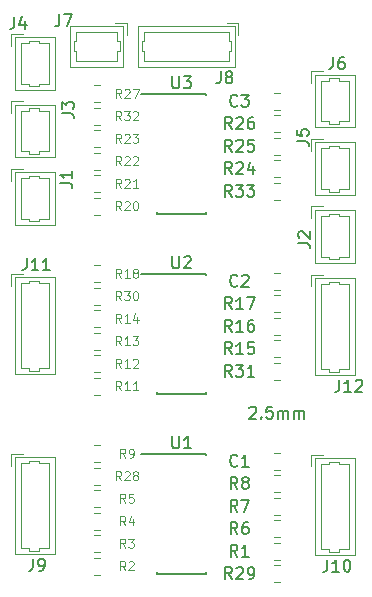
<source format=gto>
G04 #@! TF.GenerationSoftware,KiCad,Pcbnew,(5.0.2)-1*
G04 #@! TF.CreationDate,2018-12-27T21:36:54-05:00*
G04 #@! TF.ProjectId,WarthoggitClone,57617274-686f-4676-9769-74436c6f6e65,rev?*
G04 #@! TF.SameCoordinates,Original*
G04 #@! TF.FileFunction,Legend,Top*
G04 #@! TF.FilePolarity,Positive*
%FSLAX46Y46*%
G04 Gerber Fmt 4.6, Leading zero omitted, Abs format (unit mm)*
G04 Created by KiCad (PCBNEW (5.0.2)-1) date 12/27/2018 9:36:54 PM*
%MOMM*%
%LPD*%
G01*
G04 APERTURE LIST*
%ADD10C,0.150000*%
%ADD11C,0.120000*%
G04 APERTURE END LIST*
D10*
X120856666Y-67873619D02*
X120904285Y-67826000D01*
X120999523Y-67778380D01*
X121237619Y-67778380D01*
X121332857Y-67826000D01*
X121380476Y-67873619D01*
X121428095Y-67968857D01*
X121428095Y-68064095D01*
X121380476Y-68206952D01*
X120809047Y-68778380D01*
X121428095Y-68778380D01*
X121856666Y-68683142D02*
X121904285Y-68730761D01*
X121856666Y-68778380D01*
X121809047Y-68730761D01*
X121856666Y-68683142D01*
X121856666Y-68778380D01*
X122809047Y-67778380D02*
X122332857Y-67778380D01*
X122285238Y-68254571D01*
X122332857Y-68206952D01*
X122428095Y-68159333D01*
X122666190Y-68159333D01*
X122761428Y-68206952D01*
X122809047Y-68254571D01*
X122856666Y-68349809D01*
X122856666Y-68587904D01*
X122809047Y-68683142D01*
X122761428Y-68730761D01*
X122666190Y-68778380D01*
X122428095Y-68778380D01*
X122332857Y-68730761D01*
X122285238Y-68683142D01*
X123285238Y-68778380D02*
X123285238Y-68111714D01*
X123285238Y-68206952D02*
X123332857Y-68159333D01*
X123428095Y-68111714D01*
X123570952Y-68111714D01*
X123666190Y-68159333D01*
X123713809Y-68254571D01*
X123713809Y-68778380D01*
X123713809Y-68254571D02*
X123761428Y-68159333D01*
X123856666Y-68111714D01*
X123999523Y-68111714D01*
X124094761Y-68159333D01*
X124142380Y-68254571D01*
X124142380Y-68778380D01*
X124618571Y-68778380D02*
X124618571Y-68111714D01*
X124618571Y-68206952D02*
X124666190Y-68159333D01*
X124761428Y-68111714D01*
X124904285Y-68111714D01*
X124999523Y-68159333D01*
X125047142Y-68254571D01*
X125047142Y-68778380D01*
X125047142Y-68254571D02*
X125094761Y-68159333D01*
X125190000Y-68111714D01*
X125332857Y-68111714D01*
X125428095Y-68159333D01*
X125475714Y-68254571D01*
X125475714Y-68778380D01*
D11*
G04 #@! TO.C,J2*
X129795000Y-51115000D02*
X126375000Y-51115000D01*
X126375000Y-51115000D02*
X126375000Y-55585000D01*
X126375000Y-55585000D02*
X129795000Y-55585000D01*
X129795000Y-55585000D02*
X129795000Y-51115000D01*
X126885000Y-53350000D02*
X126885000Y-51625000D01*
X126885000Y-51625000D02*
X127635000Y-51625000D01*
X127635000Y-51625000D02*
X127635000Y-51425000D01*
X127635000Y-51425000D02*
X128435000Y-51425000D01*
X128435000Y-51425000D02*
X128435000Y-51625000D01*
X128435000Y-51625000D02*
X129285000Y-51625000D01*
X129285000Y-51625000D02*
X129285000Y-53350000D01*
X126885000Y-53350000D02*
X126885000Y-55075000D01*
X126885000Y-55075000D02*
X127635000Y-55075000D01*
X127635000Y-55075000D02*
X127635000Y-55275000D01*
X127635000Y-55275000D02*
X128435000Y-55275000D01*
X128435000Y-55275000D02*
X128435000Y-55075000D01*
X128435000Y-55075000D02*
X129285000Y-55075000D01*
X129285000Y-55075000D02*
X129285000Y-53350000D01*
X126085000Y-50825000D02*
X127085000Y-50825000D01*
X126085000Y-50825000D02*
X126085000Y-51825000D01*
G04 #@! TO.C,J1*
X100685000Y-47630000D02*
X100685000Y-48630000D01*
X100685000Y-47630000D02*
X101685000Y-47630000D01*
X103885000Y-51880000D02*
X103885000Y-50155000D01*
X103035000Y-51880000D02*
X103885000Y-51880000D01*
X103035000Y-52080000D02*
X103035000Y-51880000D01*
X102235000Y-52080000D02*
X103035000Y-52080000D01*
X102235000Y-51880000D02*
X102235000Y-52080000D01*
X101485000Y-51880000D02*
X102235000Y-51880000D01*
X101485000Y-50155000D02*
X101485000Y-51880000D01*
X103885000Y-48430000D02*
X103885000Y-50155000D01*
X103035000Y-48430000D02*
X103885000Y-48430000D01*
X103035000Y-48230000D02*
X103035000Y-48430000D01*
X102235000Y-48230000D02*
X103035000Y-48230000D01*
X102235000Y-48430000D02*
X102235000Y-48230000D01*
X101485000Y-48430000D02*
X102235000Y-48430000D01*
X101485000Y-50155000D02*
X101485000Y-48430000D01*
X104395000Y-52390000D02*
X104395000Y-47920000D01*
X100975000Y-52390000D02*
X104395000Y-52390000D01*
X100975000Y-47920000D02*
X100975000Y-52390000D01*
X104395000Y-47920000D02*
X100975000Y-47920000D01*
G04 #@! TO.C,J3*
X104395000Y-42205000D02*
X100975000Y-42205000D01*
X100975000Y-42205000D02*
X100975000Y-46675000D01*
X100975000Y-46675000D02*
X104395000Y-46675000D01*
X104395000Y-46675000D02*
X104395000Y-42205000D01*
X101485000Y-44440000D02*
X101485000Y-42715000D01*
X101485000Y-42715000D02*
X102235000Y-42715000D01*
X102235000Y-42715000D02*
X102235000Y-42515000D01*
X102235000Y-42515000D02*
X103035000Y-42515000D01*
X103035000Y-42515000D02*
X103035000Y-42715000D01*
X103035000Y-42715000D02*
X103885000Y-42715000D01*
X103885000Y-42715000D02*
X103885000Y-44440000D01*
X101485000Y-44440000D02*
X101485000Y-46165000D01*
X101485000Y-46165000D02*
X102235000Y-46165000D01*
X102235000Y-46165000D02*
X102235000Y-46365000D01*
X102235000Y-46365000D02*
X103035000Y-46365000D01*
X103035000Y-46365000D02*
X103035000Y-46165000D01*
X103035000Y-46165000D02*
X103885000Y-46165000D01*
X103885000Y-46165000D02*
X103885000Y-44440000D01*
X100685000Y-41915000D02*
X101685000Y-41915000D01*
X100685000Y-41915000D02*
X100685000Y-42915000D01*
G04 #@! TO.C,J5*
X126085000Y-45110000D02*
X126085000Y-46110000D01*
X126085000Y-45110000D02*
X127085000Y-45110000D01*
X129285000Y-49360000D02*
X129285000Y-47635000D01*
X128435000Y-49360000D02*
X129285000Y-49360000D01*
X128435000Y-49560000D02*
X128435000Y-49360000D01*
X127635000Y-49560000D02*
X128435000Y-49560000D01*
X127635000Y-49360000D02*
X127635000Y-49560000D01*
X126885000Y-49360000D02*
X127635000Y-49360000D01*
X126885000Y-47635000D02*
X126885000Y-49360000D01*
X129285000Y-45910000D02*
X129285000Y-47635000D01*
X128435000Y-45910000D02*
X129285000Y-45910000D01*
X128435000Y-45710000D02*
X128435000Y-45910000D01*
X127635000Y-45710000D02*
X128435000Y-45710000D01*
X127635000Y-45910000D02*
X127635000Y-45710000D01*
X126885000Y-45910000D02*
X127635000Y-45910000D01*
X126885000Y-47635000D02*
X126885000Y-45910000D01*
X129795000Y-49870000D02*
X129795000Y-45400000D01*
X126375000Y-49870000D02*
X129795000Y-49870000D01*
X126375000Y-45400000D02*
X126375000Y-49870000D01*
X129795000Y-45400000D02*
X126375000Y-45400000D01*
G04 #@! TO.C,J6*
X129795000Y-39665000D02*
X126375000Y-39665000D01*
X126375000Y-39665000D02*
X126375000Y-44135000D01*
X126375000Y-44135000D02*
X129795000Y-44135000D01*
X129795000Y-44135000D02*
X129795000Y-39665000D01*
X126885000Y-41900000D02*
X126885000Y-40175000D01*
X126885000Y-40175000D02*
X127635000Y-40175000D01*
X127635000Y-40175000D02*
X127635000Y-39975000D01*
X127635000Y-39975000D02*
X128435000Y-39975000D01*
X128435000Y-39975000D02*
X128435000Y-40175000D01*
X128435000Y-40175000D02*
X129285000Y-40175000D01*
X129285000Y-40175000D02*
X129285000Y-41900000D01*
X126885000Y-41900000D02*
X126885000Y-43625000D01*
X126885000Y-43625000D02*
X127635000Y-43625000D01*
X127635000Y-43625000D02*
X127635000Y-43825000D01*
X127635000Y-43825000D02*
X128435000Y-43825000D01*
X128435000Y-43825000D02*
X128435000Y-43625000D01*
X128435000Y-43625000D02*
X129285000Y-43625000D01*
X129285000Y-43625000D02*
X129285000Y-41900000D01*
X126085000Y-39375000D02*
X127085000Y-39375000D01*
X126085000Y-39375000D02*
X126085000Y-40375000D01*
G04 #@! TO.C,J4*
X100685000Y-36200000D02*
X100685000Y-37200000D01*
X100685000Y-36200000D02*
X101685000Y-36200000D01*
X103885000Y-40450000D02*
X103885000Y-38725000D01*
X103035000Y-40450000D02*
X103885000Y-40450000D01*
X103035000Y-40650000D02*
X103035000Y-40450000D01*
X102235000Y-40650000D02*
X103035000Y-40650000D01*
X102235000Y-40450000D02*
X102235000Y-40650000D01*
X101485000Y-40450000D02*
X102235000Y-40450000D01*
X101485000Y-38725000D02*
X101485000Y-40450000D01*
X103885000Y-37000000D02*
X103885000Y-38725000D01*
X103035000Y-37000000D02*
X103885000Y-37000000D01*
X103035000Y-36800000D02*
X103035000Y-37000000D01*
X102235000Y-36800000D02*
X103035000Y-36800000D01*
X102235000Y-37000000D02*
X102235000Y-36800000D01*
X101485000Y-37000000D02*
X102235000Y-37000000D01*
X101485000Y-38725000D02*
X101485000Y-37000000D01*
X104395000Y-40960000D02*
X104395000Y-36490000D01*
X100975000Y-40960000D02*
X104395000Y-40960000D01*
X100975000Y-36490000D02*
X100975000Y-40960000D01*
X104395000Y-36490000D02*
X100975000Y-36490000D01*
G04 #@! TO.C,J7*
X110175000Y-38990000D02*
X110175000Y-35570000D01*
X110175000Y-35570000D02*
X105705000Y-35570000D01*
X105705000Y-35570000D02*
X105705000Y-38990000D01*
X105705000Y-38990000D02*
X110175000Y-38990000D01*
X107940000Y-36080000D02*
X109665000Y-36080000D01*
X109665000Y-36080000D02*
X109665000Y-36830000D01*
X109665000Y-36830000D02*
X109865000Y-36830000D01*
X109865000Y-36830000D02*
X109865000Y-37630000D01*
X109865000Y-37630000D02*
X109665000Y-37630000D01*
X109665000Y-37630000D02*
X109665000Y-38480000D01*
X109665000Y-38480000D02*
X107940000Y-38480000D01*
X107940000Y-36080000D02*
X106215000Y-36080000D01*
X106215000Y-36080000D02*
X106215000Y-36830000D01*
X106215000Y-36830000D02*
X106015000Y-36830000D01*
X106015000Y-36830000D02*
X106015000Y-37630000D01*
X106015000Y-37630000D02*
X106215000Y-37630000D01*
X106215000Y-37630000D02*
X106215000Y-38480000D01*
X106215000Y-38480000D02*
X107940000Y-38480000D01*
X110465000Y-35280000D02*
X110465000Y-36280000D01*
X110465000Y-35280000D02*
X109465000Y-35280000D01*
G04 #@! TO.C,J11*
X100685000Y-56520000D02*
X100685000Y-57520000D01*
X100685000Y-56520000D02*
X101685000Y-56520000D01*
X103885000Y-64520000D02*
X103885000Y-60920000D01*
X103035000Y-64520000D02*
X103885000Y-64520000D01*
X103035000Y-64720000D02*
X103035000Y-64520000D01*
X102235000Y-64720000D02*
X103035000Y-64720000D01*
X102235000Y-64520000D02*
X102235000Y-64720000D01*
X101485000Y-64520000D02*
X102235000Y-64520000D01*
X101485000Y-60920000D02*
X101485000Y-64520000D01*
X103885000Y-57320000D02*
X103885000Y-60920000D01*
X103035000Y-57320000D02*
X103885000Y-57320000D01*
X103035000Y-57120000D02*
X103035000Y-57320000D01*
X102235000Y-57120000D02*
X103035000Y-57120000D01*
X102235000Y-57320000D02*
X102235000Y-57120000D01*
X101485000Y-57320000D02*
X102235000Y-57320000D01*
X101485000Y-60920000D02*
X101485000Y-57320000D01*
X104395000Y-65030000D02*
X104395000Y-56810000D01*
X100975000Y-65030000D02*
X104395000Y-65030000D01*
X100975000Y-56810000D02*
X100975000Y-65030000D01*
X104395000Y-56810000D02*
X100975000Y-56810000D01*
G04 #@! TO.C,J12*
X129795000Y-56890000D02*
X126375000Y-56890000D01*
X126375000Y-56890000D02*
X126375000Y-65110000D01*
X126375000Y-65110000D02*
X129795000Y-65110000D01*
X129795000Y-65110000D02*
X129795000Y-56890000D01*
X126885000Y-61000000D02*
X126885000Y-57400000D01*
X126885000Y-57400000D02*
X127635000Y-57400000D01*
X127635000Y-57400000D02*
X127635000Y-57200000D01*
X127635000Y-57200000D02*
X128435000Y-57200000D01*
X128435000Y-57200000D02*
X128435000Y-57400000D01*
X128435000Y-57400000D02*
X129285000Y-57400000D01*
X129285000Y-57400000D02*
X129285000Y-61000000D01*
X126885000Y-61000000D02*
X126885000Y-64600000D01*
X126885000Y-64600000D02*
X127635000Y-64600000D01*
X127635000Y-64600000D02*
X127635000Y-64800000D01*
X127635000Y-64800000D02*
X128435000Y-64800000D01*
X128435000Y-64800000D02*
X128435000Y-64600000D01*
X128435000Y-64600000D02*
X129285000Y-64600000D01*
X129285000Y-64600000D02*
X129285000Y-61000000D01*
X126085000Y-56600000D02*
X127085000Y-56600000D01*
X126085000Y-56600000D02*
X126085000Y-57600000D01*
G04 #@! TO.C,J8*
X119930000Y-35280000D02*
X118930000Y-35280000D01*
X119930000Y-35280000D02*
X119930000Y-36280000D01*
X111930000Y-38480000D02*
X115530000Y-38480000D01*
X111930000Y-37630000D02*
X111930000Y-38480000D01*
X111730000Y-37630000D02*
X111930000Y-37630000D01*
X111730000Y-36830000D02*
X111730000Y-37630000D01*
X111930000Y-36830000D02*
X111730000Y-36830000D01*
X111930000Y-36080000D02*
X111930000Y-36830000D01*
X115530000Y-36080000D02*
X111930000Y-36080000D01*
X119130000Y-38480000D02*
X115530000Y-38480000D01*
X119130000Y-37630000D02*
X119130000Y-38480000D01*
X119330000Y-37630000D02*
X119130000Y-37630000D01*
X119330000Y-36830000D02*
X119330000Y-37630000D01*
X119130000Y-36830000D02*
X119330000Y-36830000D01*
X119130000Y-36080000D02*
X119130000Y-36830000D01*
X115530000Y-36080000D02*
X119130000Y-36080000D01*
X111420000Y-38990000D02*
X119640000Y-38990000D01*
X111420000Y-35570000D02*
X111420000Y-38990000D01*
X119640000Y-35570000D02*
X111420000Y-35570000D01*
X119640000Y-38990000D02*
X119640000Y-35570000D01*
G04 #@! TO.C,J9*
X104395000Y-72050000D02*
X100975000Y-72050000D01*
X100975000Y-72050000D02*
X100975000Y-80270000D01*
X100975000Y-80270000D02*
X104395000Y-80270000D01*
X104395000Y-80270000D02*
X104395000Y-72050000D01*
X101485000Y-76160000D02*
X101485000Y-72560000D01*
X101485000Y-72560000D02*
X102235000Y-72560000D01*
X102235000Y-72560000D02*
X102235000Y-72360000D01*
X102235000Y-72360000D02*
X103035000Y-72360000D01*
X103035000Y-72360000D02*
X103035000Y-72560000D01*
X103035000Y-72560000D02*
X103885000Y-72560000D01*
X103885000Y-72560000D02*
X103885000Y-76160000D01*
X101485000Y-76160000D02*
X101485000Y-79760000D01*
X101485000Y-79760000D02*
X102235000Y-79760000D01*
X102235000Y-79760000D02*
X102235000Y-79960000D01*
X102235000Y-79960000D02*
X103035000Y-79960000D01*
X103035000Y-79960000D02*
X103035000Y-79760000D01*
X103035000Y-79760000D02*
X103885000Y-79760000D01*
X103885000Y-79760000D02*
X103885000Y-76160000D01*
X100685000Y-71760000D02*
X101685000Y-71760000D01*
X100685000Y-71760000D02*
X100685000Y-72760000D01*
G04 #@! TO.C,J10*
X126085000Y-71840000D02*
X126085000Y-72840000D01*
X126085000Y-71840000D02*
X127085000Y-71840000D01*
X129285000Y-79840000D02*
X129285000Y-76240000D01*
X128435000Y-79840000D02*
X129285000Y-79840000D01*
X128435000Y-80040000D02*
X128435000Y-79840000D01*
X127635000Y-80040000D02*
X128435000Y-80040000D01*
X127635000Y-79840000D02*
X127635000Y-80040000D01*
X126885000Y-79840000D02*
X127635000Y-79840000D01*
X126885000Y-76240000D02*
X126885000Y-79840000D01*
X129285000Y-72640000D02*
X129285000Y-76240000D01*
X128435000Y-72640000D02*
X129285000Y-72640000D01*
X128435000Y-72440000D02*
X128435000Y-72640000D01*
X127635000Y-72440000D02*
X128435000Y-72440000D01*
X127635000Y-72640000D02*
X127635000Y-72440000D01*
X126885000Y-72640000D02*
X127635000Y-72640000D01*
X126885000Y-76240000D02*
X126885000Y-72640000D01*
X129795000Y-80350000D02*
X129795000Y-72130000D01*
X126375000Y-80350000D02*
X129795000Y-80350000D01*
X126375000Y-72130000D02*
X126375000Y-80350000D01*
X129795000Y-72130000D02*
X126375000Y-72130000D01*
G04 #@! TO.C,C1*
X122931422Y-71680000D02*
X123448578Y-71680000D01*
X122931422Y-73100000D02*
X123448578Y-73100000D01*
G04 #@! TO.C,C2*
X122931422Y-56440000D02*
X123448578Y-56440000D01*
X122931422Y-57860000D02*
X123448578Y-57860000D01*
G04 #@! TO.C,C3*
X122931422Y-42620000D02*
X123448578Y-42620000D01*
X122931422Y-41200000D02*
X123448578Y-41200000D01*
G04 #@! TO.C,R1*
X122931422Y-81205000D02*
X123448578Y-81205000D01*
X122931422Y-82625000D02*
X123448578Y-82625000D01*
G04 #@! TO.C,R2*
X108208578Y-81990000D02*
X107691422Y-81990000D01*
X108208578Y-80570000D02*
X107691422Y-80570000D01*
G04 #@! TO.C,R3*
X108208578Y-78665000D02*
X107691422Y-78665000D01*
X108208578Y-80085000D02*
X107691422Y-80085000D01*
G04 #@! TO.C,R4*
X108208578Y-78180000D02*
X107691422Y-78180000D01*
X108208578Y-76760000D02*
X107691422Y-76760000D01*
G04 #@! TO.C,R5*
X108208578Y-74855000D02*
X107691422Y-74855000D01*
X108208578Y-76275000D02*
X107691422Y-76275000D01*
G04 #@! TO.C,R6*
X122931422Y-77395000D02*
X123448578Y-77395000D01*
X122931422Y-78815000D02*
X123448578Y-78815000D01*
G04 #@! TO.C,R7*
X122931422Y-76910000D02*
X123448578Y-76910000D01*
X122931422Y-75490000D02*
X123448578Y-75490000D01*
G04 #@! TO.C,R8*
X122931422Y-73585000D02*
X123448578Y-73585000D01*
X122931422Y-75005000D02*
X123448578Y-75005000D01*
G04 #@! TO.C,R9*
X108208578Y-71045000D02*
X107691422Y-71045000D01*
X108208578Y-72465000D02*
X107691422Y-72465000D01*
G04 #@! TO.C,R11*
X108208578Y-65330000D02*
X107691422Y-65330000D01*
X108208578Y-66750000D02*
X107691422Y-66750000D01*
G04 #@! TO.C,R12*
X108208578Y-64845000D02*
X107691422Y-64845000D01*
X108208578Y-63425000D02*
X107691422Y-63425000D01*
G04 #@! TO.C,R13*
X108208578Y-61520000D02*
X107691422Y-61520000D01*
X108208578Y-62940000D02*
X107691422Y-62940000D01*
G04 #@! TO.C,R14*
X108208578Y-59615000D02*
X107691422Y-59615000D01*
X108208578Y-61035000D02*
X107691422Y-61035000D01*
G04 #@! TO.C,R15*
X122931422Y-63575000D02*
X123448578Y-63575000D01*
X122931422Y-62155000D02*
X123448578Y-62155000D01*
G04 #@! TO.C,R16*
X122931422Y-60250000D02*
X123448578Y-60250000D01*
X122931422Y-61670000D02*
X123448578Y-61670000D01*
G04 #@! TO.C,R17*
X122931422Y-59765000D02*
X123448578Y-59765000D01*
X122931422Y-58345000D02*
X123448578Y-58345000D01*
G04 #@! TO.C,R18*
X108208578Y-55805000D02*
X107691422Y-55805000D01*
X108208578Y-57225000D02*
X107691422Y-57225000D01*
G04 #@! TO.C,R20*
X108208578Y-51510000D02*
X107691422Y-51510000D01*
X108208578Y-50090000D02*
X107691422Y-50090000D01*
G04 #@! TO.C,R21*
X108208578Y-48185000D02*
X107691422Y-48185000D01*
X108208578Y-49605000D02*
X107691422Y-49605000D01*
G04 #@! TO.C,R22*
X108208578Y-47700000D02*
X107691422Y-47700000D01*
X108208578Y-46280000D02*
X107691422Y-46280000D01*
G04 #@! TO.C,R23*
X108208578Y-45795000D02*
X107691422Y-45795000D01*
X108208578Y-44375000D02*
X107691422Y-44375000D01*
G04 #@! TO.C,R24*
X122931422Y-46915000D02*
X123448578Y-46915000D01*
X122931422Y-48335000D02*
X123448578Y-48335000D01*
G04 #@! TO.C,R25*
X122931422Y-46430000D02*
X123448578Y-46430000D01*
X122931422Y-45010000D02*
X123448578Y-45010000D01*
G04 #@! TO.C,R26*
X122931422Y-43105000D02*
X123448578Y-43105000D01*
X122931422Y-44525000D02*
X123448578Y-44525000D01*
G04 #@! TO.C,R27*
X108208578Y-41985000D02*
X107691422Y-41985000D01*
X108208578Y-40565000D02*
X107691422Y-40565000D01*
G04 #@! TO.C,R28*
X107691422Y-74370000D02*
X108208578Y-74370000D01*
X107691422Y-72950000D02*
X108208578Y-72950000D01*
G04 #@! TO.C,R29*
X123448578Y-79300000D02*
X122931422Y-79300000D01*
X123448578Y-80720000D02*
X122931422Y-80720000D01*
G04 #@! TO.C,R30*
X107691422Y-59130000D02*
X108208578Y-59130000D01*
X107691422Y-57710000D02*
X108208578Y-57710000D01*
G04 #@! TO.C,R31*
X123448578Y-65480000D02*
X122931422Y-65480000D01*
X123448578Y-64060000D02*
X122931422Y-64060000D01*
G04 #@! TO.C,R32*
X107691422Y-43890000D02*
X108208578Y-43890000D01*
X107691422Y-42470000D02*
X108208578Y-42470000D01*
G04 #@! TO.C,R33*
X123448578Y-50240000D02*
X122931422Y-50240000D01*
X123448578Y-48820000D02*
X122931422Y-48820000D01*
D10*
G04 #@! TO.C,U1*
X113020000Y-71785000D02*
X111645000Y-71785000D01*
X113020000Y-81910000D02*
X117170000Y-81910000D01*
X113020000Y-71760000D02*
X117170000Y-71760000D01*
X113020000Y-81910000D02*
X113020000Y-81805000D01*
X117170000Y-81910000D02*
X117170000Y-81805000D01*
X117170000Y-71760000D02*
X117170000Y-71865000D01*
X113020000Y-71760000D02*
X113020000Y-71785000D01*
G04 #@! TO.C,U2*
X113020000Y-56520000D02*
X113020000Y-56545000D01*
X117170000Y-56520000D02*
X117170000Y-56625000D01*
X117170000Y-66670000D02*
X117170000Y-66565000D01*
X113020000Y-66670000D02*
X113020000Y-66565000D01*
X113020000Y-56520000D02*
X117170000Y-56520000D01*
X113020000Y-66670000D02*
X117170000Y-66670000D01*
X113020000Y-56545000D02*
X111645000Y-56545000D01*
G04 #@! TO.C,U3*
X113020000Y-41280000D02*
X113020000Y-41305000D01*
X117170000Y-41280000D02*
X117170000Y-41385000D01*
X117170000Y-51430000D02*
X117170000Y-51325000D01*
X113020000Y-51430000D02*
X113020000Y-51325000D01*
X113020000Y-41280000D02*
X117170000Y-41280000D01*
X113020000Y-51430000D02*
X117170000Y-51430000D01*
X113020000Y-41305000D02*
X111645000Y-41305000D01*
G04 #@! TO.C,J2*
X124991880Y-53927333D02*
X125706166Y-53927333D01*
X125849023Y-53974952D01*
X125944261Y-54070190D01*
X125991880Y-54213047D01*
X125991880Y-54308285D01*
X125087119Y-53498761D02*
X125039500Y-53451142D01*
X124991880Y-53355904D01*
X124991880Y-53117809D01*
X125039500Y-53022571D01*
X125087119Y-52974952D01*
X125182357Y-52927333D01*
X125277595Y-52927333D01*
X125420452Y-52974952D01*
X125991880Y-53546380D01*
X125991880Y-52927333D01*
G04 #@! TO.C,J1*
X104862380Y-48847333D02*
X105576666Y-48847333D01*
X105719523Y-48894952D01*
X105814761Y-48990190D01*
X105862380Y-49133047D01*
X105862380Y-49228285D01*
X105862380Y-47847333D02*
X105862380Y-48418761D01*
X105862380Y-48133047D02*
X104862380Y-48133047D01*
X105005238Y-48228285D01*
X105100476Y-48323523D01*
X105148095Y-48418761D01*
G04 #@! TO.C,J3*
X104989380Y-42941833D02*
X105703666Y-42941833D01*
X105846523Y-42989452D01*
X105941761Y-43084690D01*
X105989380Y-43227547D01*
X105989380Y-43322785D01*
X104989380Y-42560880D02*
X104989380Y-41941833D01*
X105370333Y-42275166D01*
X105370333Y-42132309D01*
X105417952Y-42037071D01*
X105465571Y-41989452D01*
X105560809Y-41941833D01*
X105798904Y-41941833D01*
X105894142Y-41989452D01*
X105941761Y-42037071D01*
X105989380Y-42132309D01*
X105989380Y-42418023D01*
X105941761Y-42513261D01*
X105894142Y-42560880D01*
G04 #@! TO.C,J5*
X124864880Y-45291333D02*
X125579166Y-45291333D01*
X125722023Y-45338952D01*
X125817261Y-45434190D01*
X125864880Y-45577047D01*
X125864880Y-45672285D01*
X124864880Y-44338952D02*
X124864880Y-44815142D01*
X125341071Y-44862761D01*
X125293452Y-44815142D01*
X125245833Y-44719904D01*
X125245833Y-44481809D01*
X125293452Y-44386571D01*
X125341071Y-44338952D01*
X125436309Y-44291333D01*
X125674404Y-44291333D01*
X125769642Y-44338952D01*
X125817261Y-44386571D01*
X125864880Y-44481809D01*
X125864880Y-44719904D01*
X125817261Y-44815142D01*
X125769642Y-44862761D01*
G04 #@! TO.C,J6*
X127936666Y-38187380D02*
X127936666Y-38901666D01*
X127889047Y-39044523D01*
X127793809Y-39139761D01*
X127650952Y-39187380D01*
X127555714Y-39187380D01*
X128841428Y-38187380D02*
X128650952Y-38187380D01*
X128555714Y-38235000D01*
X128508095Y-38282619D01*
X128412857Y-38425476D01*
X128365238Y-38615952D01*
X128365238Y-38996904D01*
X128412857Y-39092142D01*
X128460476Y-39139761D01*
X128555714Y-39187380D01*
X128746190Y-39187380D01*
X128841428Y-39139761D01*
X128889047Y-39092142D01*
X128936666Y-38996904D01*
X128936666Y-38758809D01*
X128889047Y-38663571D01*
X128841428Y-38615952D01*
X128746190Y-38568333D01*
X128555714Y-38568333D01*
X128460476Y-38615952D01*
X128412857Y-38663571D01*
X128365238Y-38758809D01*
G04 #@! TO.C,J4*
X100949166Y-34758380D02*
X100949166Y-35472666D01*
X100901547Y-35615523D01*
X100806309Y-35710761D01*
X100663452Y-35758380D01*
X100568214Y-35758380D01*
X101853928Y-35091714D02*
X101853928Y-35758380D01*
X101615833Y-34710761D02*
X101377738Y-35425047D01*
X101996785Y-35425047D01*
G04 #@! TO.C,J7*
X104759166Y-34567880D02*
X104759166Y-35282166D01*
X104711547Y-35425023D01*
X104616309Y-35520261D01*
X104473452Y-35567880D01*
X104378214Y-35567880D01*
X105140119Y-34567880D02*
X105806785Y-34567880D01*
X105378214Y-35567880D01*
G04 #@! TO.C,J11*
X101996976Y-55205380D02*
X101996976Y-55919666D01*
X101949357Y-56062523D01*
X101854119Y-56157761D01*
X101711261Y-56205380D01*
X101616023Y-56205380D01*
X102996976Y-56205380D02*
X102425547Y-56205380D01*
X102711261Y-56205380D02*
X102711261Y-55205380D01*
X102616023Y-55348238D01*
X102520785Y-55443476D01*
X102425547Y-55491095D01*
X103949357Y-56205380D02*
X103377928Y-56205380D01*
X103663642Y-56205380D02*
X103663642Y-55205380D01*
X103568404Y-55348238D01*
X103473166Y-55443476D01*
X103377928Y-55491095D01*
G04 #@! TO.C,J12*
X128476476Y-65492380D02*
X128476476Y-66206666D01*
X128428857Y-66349523D01*
X128333619Y-66444761D01*
X128190761Y-66492380D01*
X128095523Y-66492380D01*
X129476476Y-66492380D02*
X128905047Y-66492380D01*
X129190761Y-66492380D02*
X129190761Y-65492380D01*
X129095523Y-65635238D01*
X129000285Y-65730476D01*
X128905047Y-65778095D01*
X129857428Y-65587619D02*
X129905047Y-65540000D01*
X130000285Y-65492380D01*
X130238380Y-65492380D01*
X130333619Y-65540000D01*
X130381238Y-65587619D01*
X130428857Y-65682857D01*
X130428857Y-65778095D01*
X130381238Y-65920952D01*
X129809809Y-66492380D01*
X130428857Y-66492380D01*
G04 #@! TO.C,J8*
X118411666Y-39393880D02*
X118411666Y-40108166D01*
X118364047Y-40251023D01*
X118268809Y-40346261D01*
X118125952Y-40393880D01*
X118030714Y-40393880D01*
X119030714Y-39822452D02*
X118935476Y-39774833D01*
X118887857Y-39727214D01*
X118840238Y-39631976D01*
X118840238Y-39584357D01*
X118887857Y-39489119D01*
X118935476Y-39441500D01*
X119030714Y-39393880D01*
X119221190Y-39393880D01*
X119316428Y-39441500D01*
X119364047Y-39489119D01*
X119411666Y-39584357D01*
X119411666Y-39631976D01*
X119364047Y-39727214D01*
X119316428Y-39774833D01*
X119221190Y-39822452D01*
X119030714Y-39822452D01*
X118935476Y-39870071D01*
X118887857Y-39917690D01*
X118840238Y-40012928D01*
X118840238Y-40203404D01*
X118887857Y-40298642D01*
X118935476Y-40346261D01*
X119030714Y-40393880D01*
X119221190Y-40393880D01*
X119316428Y-40346261D01*
X119364047Y-40298642D01*
X119411666Y-40203404D01*
X119411666Y-40012928D01*
X119364047Y-39917690D01*
X119316428Y-39870071D01*
X119221190Y-39822452D01*
G04 #@! TO.C,J9*
X102536666Y-80652380D02*
X102536666Y-81366666D01*
X102489047Y-81509523D01*
X102393809Y-81604761D01*
X102250952Y-81652380D01*
X102155714Y-81652380D01*
X103060476Y-81652380D02*
X103250952Y-81652380D01*
X103346190Y-81604761D01*
X103393809Y-81557142D01*
X103489047Y-81414285D01*
X103536666Y-81223809D01*
X103536666Y-80842857D01*
X103489047Y-80747619D01*
X103441428Y-80700000D01*
X103346190Y-80652380D01*
X103155714Y-80652380D01*
X103060476Y-80700000D01*
X103012857Y-80747619D01*
X102965238Y-80842857D01*
X102965238Y-81080952D01*
X103012857Y-81176190D01*
X103060476Y-81223809D01*
X103155714Y-81271428D01*
X103346190Y-81271428D01*
X103441428Y-81223809D01*
X103489047Y-81176190D01*
X103536666Y-81080952D01*
G04 #@! TO.C,J10*
X127460476Y-80732380D02*
X127460476Y-81446666D01*
X127412857Y-81589523D01*
X127317619Y-81684761D01*
X127174761Y-81732380D01*
X127079523Y-81732380D01*
X128460476Y-81732380D02*
X127889047Y-81732380D01*
X128174761Y-81732380D02*
X128174761Y-80732380D01*
X128079523Y-80875238D01*
X127984285Y-80970476D01*
X127889047Y-81018095D01*
X129079523Y-80732380D02*
X129174761Y-80732380D01*
X129270000Y-80780000D01*
X129317619Y-80827619D01*
X129365238Y-80922857D01*
X129412857Y-81113333D01*
X129412857Y-81351428D01*
X129365238Y-81541904D01*
X129317619Y-81637142D01*
X129270000Y-81684761D01*
X129174761Y-81732380D01*
X129079523Y-81732380D01*
X128984285Y-81684761D01*
X128936666Y-81637142D01*
X128889047Y-81541904D01*
X128841428Y-81351428D01*
X128841428Y-81113333D01*
X128889047Y-80922857D01*
X128936666Y-80827619D01*
X128984285Y-80780000D01*
X129079523Y-80732380D01*
G04 #@! TO.C,C1*
X119848333Y-72747142D02*
X119800714Y-72794761D01*
X119657857Y-72842380D01*
X119562619Y-72842380D01*
X119419761Y-72794761D01*
X119324523Y-72699523D01*
X119276904Y-72604285D01*
X119229285Y-72413809D01*
X119229285Y-72270952D01*
X119276904Y-72080476D01*
X119324523Y-71985238D01*
X119419761Y-71890000D01*
X119562619Y-71842380D01*
X119657857Y-71842380D01*
X119800714Y-71890000D01*
X119848333Y-71937619D01*
X120800714Y-72842380D02*
X120229285Y-72842380D01*
X120515000Y-72842380D02*
X120515000Y-71842380D01*
X120419761Y-71985238D01*
X120324523Y-72080476D01*
X120229285Y-72128095D01*
G04 #@! TO.C,C2*
X119848333Y-57507142D02*
X119800714Y-57554761D01*
X119657857Y-57602380D01*
X119562619Y-57602380D01*
X119419761Y-57554761D01*
X119324523Y-57459523D01*
X119276904Y-57364285D01*
X119229285Y-57173809D01*
X119229285Y-57030952D01*
X119276904Y-56840476D01*
X119324523Y-56745238D01*
X119419761Y-56650000D01*
X119562619Y-56602380D01*
X119657857Y-56602380D01*
X119800714Y-56650000D01*
X119848333Y-56697619D01*
X120229285Y-56697619D02*
X120276904Y-56650000D01*
X120372142Y-56602380D01*
X120610238Y-56602380D01*
X120705476Y-56650000D01*
X120753095Y-56697619D01*
X120800714Y-56792857D01*
X120800714Y-56888095D01*
X120753095Y-57030952D01*
X120181666Y-57602380D01*
X120800714Y-57602380D01*
G04 #@! TO.C,C3*
X119848333Y-42267142D02*
X119800714Y-42314761D01*
X119657857Y-42362380D01*
X119562619Y-42362380D01*
X119419761Y-42314761D01*
X119324523Y-42219523D01*
X119276904Y-42124285D01*
X119229285Y-41933809D01*
X119229285Y-41790952D01*
X119276904Y-41600476D01*
X119324523Y-41505238D01*
X119419761Y-41410000D01*
X119562619Y-41362380D01*
X119657857Y-41362380D01*
X119800714Y-41410000D01*
X119848333Y-41457619D01*
X120181666Y-41362380D02*
X120800714Y-41362380D01*
X120467380Y-41743333D01*
X120610238Y-41743333D01*
X120705476Y-41790952D01*
X120753095Y-41838571D01*
X120800714Y-41933809D01*
X120800714Y-42171904D01*
X120753095Y-42267142D01*
X120705476Y-42314761D01*
X120610238Y-42362380D01*
X120324523Y-42362380D01*
X120229285Y-42314761D01*
X120181666Y-42267142D01*
G04 #@! TO.C,R1*
X119848333Y-80462380D02*
X119515000Y-79986190D01*
X119276904Y-80462380D02*
X119276904Y-79462380D01*
X119657857Y-79462380D01*
X119753095Y-79510000D01*
X119800714Y-79557619D01*
X119848333Y-79652857D01*
X119848333Y-79795714D01*
X119800714Y-79890952D01*
X119753095Y-79938571D01*
X119657857Y-79986190D01*
X119276904Y-79986190D01*
X120800714Y-80462380D02*
X120229285Y-80462380D01*
X120515000Y-80462380D02*
X120515000Y-79462380D01*
X120419761Y-79605238D01*
X120324523Y-79700476D01*
X120229285Y-79748095D01*
G04 #@! TO.C,R2*
D11*
X110365000Y-81619285D02*
X110115000Y-81262142D01*
X109936428Y-81619285D02*
X109936428Y-80869285D01*
X110222142Y-80869285D01*
X110293571Y-80905000D01*
X110329285Y-80940714D01*
X110365000Y-81012142D01*
X110365000Y-81119285D01*
X110329285Y-81190714D01*
X110293571Y-81226428D01*
X110222142Y-81262142D01*
X109936428Y-81262142D01*
X110650714Y-80940714D02*
X110686428Y-80905000D01*
X110757857Y-80869285D01*
X110936428Y-80869285D01*
X111007857Y-80905000D01*
X111043571Y-80940714D01*
X111079285Y-81012142D01*
X111079285Y-81083571D01*
X111043571Y-81190714D01*
X110615000Y-81619285D01*
X111079285Y-81619285D01*
G04 #@! TO.C,R3*
X110365000Y-79714285D02*
X110115000Y-79357142D01*
X109936428Y-79714285D02*
X109936428Y-78964285D01*
X110222142Y-78964285D01*
X110293571Y-79000000D01*
X110329285Y-79035714D01*
X110365000Y-79107142D01*
X110365000Y-79214285D01*
X110329285Y-79285714D01*
X110293571Y-79321428D01*
X110222142Y-79357142D01*
X109936428Y-79357142D01*
X110615000Y-78964285D02*
X111079285Y-78964285D01*
X110829285Y-79250000D01*
X110936428Y-79250000D01*
X111007857Y-79285714D01*
X111043571Y-79321428D01*
X111079285Y-79392857D01*
X111079285Y-79571428D01*
X111043571Y-79642857D01*
X111007857Y-79678571D01*
X110936428Y-79714285D01*
X110722142Y-79714285D01*
X110650714Y-79678571D01*
X110615000Y-79642857D01*
G04 #@! TO.C,R4*
X110365000Y-77809285D02*
X110115000Y-77452142D01*
X109936428Y-77809285D02*
X109936428Y-77059285D01*
X110222142Y-77059285D01*
X110293571Y-77095000D01*
X110329285Y-77130714D01*
X110365000Y-77202142D01*
X110365000Y-77309285D01*
X110329285Y-77380714D01*
X110293571Y-77416428D01*
X110222142Y-77452142D01*
X109936428Y-77452142D01*
X111007857Y-77309285D02*
X111007857Y-77809285D01*
X110829285Y-77023571D02*
X110650714Y-77559285D01*
X111115000Y-77559285D01*
G04 #@! TO.C,R5*
X110365000Y-75904285D02*
X110115000Y-75547142D01*
X109936428Y-75904285D02*
X109936428Y-75154285D01*
X110222142Y-75154285D01*
X110293571Y-75190000D01*
X110329285Y-75225714D01*
X110365000Y-75297142D01*
X110365000Y-75404285D01*
X110329285Y-75475714D01*
X110293571Y-75511428D01*
X110222142Y-75547142D01*
X109936428Y-75547142D01*
X111043571Y-75154285D02*
X110686428Y-75154285D01*
X110650714Y-75511428D01*
X110686428Y-75475714D01*
X110757857Y-75440000D01*
X110936428Y-75440000D01*
X111007857Y-75475714D01*
X111043571Y-75511428D01*
X111079285Y-75582857D01*
X111079285Y-75761428D01*
X111043571Y-75832857D01*
X111007857Y-75868571D01*
X110936428Y-75904285D01*
X110757857Y-75904285D01*
X110686428Y-75868571D01*
X110650714Y-75832857D01*
G04 #@! TO.C,R6*
D10*
X119848333Y-78557380D02*
X119515000Y-78081190D01*
X119276904Y-78557380D02*
X119276904Y-77557380D01*
X119657857Y-77557380D01*
X119753095Y-77605000D01*
X119800714Y-77652619D01*
X119848333Y-77747857D01*
X119848333Y-77890714D01*
X119800714Y-77985952D01*
X119753095Y-78033571D01*
X119657857Y-78081190D01*
X119276904Y-78081190D01*
X120705476Y-77557380D02*
X120515000Y-77557380D01*
X120419761Y-77605000D01*
X120372142Y-77652619D01*
X120276904Y-77795476D01*
X120229285Y-77985952D01*
X120229285Y-78366904D01*
X120276904Y-78462142D01*
X120324523Y-78509761D01*
X120419761Y-78557380D01*
X120610238Y-78557380D01*
X120705476Y-78509761D01*
X120753095Y-78462142D01*
X120800714Y-78366904D01*
X120800714Y-78128809D01*
X120753095Y-78033571D01*
X120705476Y-77985952D01*
X120610238Y-77938333D01*
X120419761Y-77938333D01*
X120324523Y-77985952D01*
X120276904Y-78033571D01*
X120229285Y-78128809D01*
G04 #@! TO.C,R7*
X119848333Y-76652380D02*
X119515000Y-76176190D01*
X119276904Y-76652380D02*
X119276904Y-75652380D01*
X119657857Y-75652380D01*
X119753095Y-75700000D01*
X119800714Y-75747619D01*
X119848333Y-75842857D01*
X119848333Y-75985714D01*
X119800714Y-76080952D01*
X119753095Y-76128571D01*
X119657857Y-76176190D01*
X119276904Y-76176190D01*
X120181666Y-75652380D02*
X120848333Y-75652380D01*
X120419761Y-76652380D01*
G04 #@! TO.C,R8*
X119848333Y-74747380D02*
X119515000Y-74271190D01*
X119276904Y-74747380D02*
X119276904Y-73747380D01*
X119657857Y-73747380D01*
X119753095Y-73795000D01*
X119800714Y-73842619D01*
X119848333Y-73937857D01*
X119848333Y-74080714D01*
X119800714Y-74175952D01*
X119753095Y-74223571D01*
X119657857Y-74271190D01*
X119276904Y-74271190D01*
X120419761Y-74175952D02*
X120324523Y-74128333D01*
X120276904Y-74080714D01*
X120229285Y-73985476D01*
X120229285Y-73937857D01*
X120276904Y-73842619D01*
X120324523Y-73795000D01*
X120419761Y-73747380D01*
X120610238Y-73747380D01*
X120705476Y-73795000D01*
X120753095Y-73842619D01*
X120800714Y-73937857D01*
X120800714Y-73985476D01*
X120753095Y-74080714D01*
X120705476Y-74128333D01*
X120610238Y-74175952D01*
X120419761Y-74175952D01*
X120324523Y-74223571D01*
X120276904Y-74271190D01*
X120229285Y-74366428D01*
X120229285Y-74556904D01*
X120276904Y-74652142D01*
X120324523Y-74699761D01*
X120419761Y-74747380D01*
X120610238Y-74747380D01*
X120705476Y-74699761D01*
X120753095Y-74652142D01*
X120800714Y-74556904D01*
X120800714Y-74366428D01*
X120753095Y-74271190D01*
X120705476Y-74223571D01*
X120610238Y-74175952D01*
G04 #@! TO.C,R9*
D11*
X110365000Y-72094285D02*
X110115000Y-71737142D01*
X109936428Y-72094285D02*
X109936428Y-71344285D01*
X110222142Y-71344285D01*
X110293571Y-71380000D01*
X110329285Y-71415714D01*
X110365000Y-71487142D01*
X110365000Y-71594285D01*
X110329285Y-71665714D01*
X110293571Y-71701428D01*
X110222142Y-71737142D01*
X109936428Y-71737142D01*
X110722142Y-72094285D02*
X110865000Y-72094285D01*
X110936428Y-72058571D01*
X110972142Y-72022857D01*
X111043571Y-71915714D01*
X111079285Y-71772857D01*
X111079285Y-71487142D01*
X111043571Y-71415714D01*
X111007857Y-71380000D01*
X110936428Y-71344285D01*
X110793571Y-71344285D01*
X110722142Y-71380000D01*
X110686428Y-71415714D01*
X110650714Y-71487142D01*
X110650714Y-71665714D01*
X110686428Y-71737142D01*
X110722142Y-71772857D01*
X110793571Y-71808571D01*
X110936428Y-71808571D01*
X111007857Y-71772857D01*
X111043571Y-71737142D01*
X111079285Y-71665714D01*
G04 #@! TO.C,R11*
X110007857Y-66379285D02*
X109757857Y-66022142D01*
X109579285Y-66379285D02*
X109579285Y-65629285D01*
X109865000Y-65629285D01*
X109936428Y-65665000D01*
X109972142Y-65700714D01*
X110007857Y-65772142D01*
X110007857Y-65879285D01*
X109972142Y-65950714D01*
X109936428Y-65986428D01*
X109865000Y-66022142D01*
X109579285Y-66022142D01*
X110722142Y-66379285D02*
X110293571Y-66379285D01*
X110507857Y-66379285D02*
X110507857Y-65629285D01*
X110436428Y-65736428D01*
X110365000Y-65807857D01*
X110293571Y-65843571D01*
X111436428Y-66379285D02*
X111007857Y-66379285D01*
X111222142Y-66379285D02*
X111222142Y-65629285D01*
X111150714Y-65736428D01*
X111079285Y-65807857D01*
X111007857Y-65843571D01*
G04 #@! TO.C,R12*
X110007857Y-64474285D02*
X109757857Y-64117142D01*
X109579285Y-64474285D02*
X109579285Y-63724285D01*
X109865000Y-63724285D01*
X109936428Y-63760000D01*
X109972142Y-63795714D01*
X110007857Y-63867142D01*
X110007857Y-63974285D01*
X109972142Y-64045714D01*
X109936428Y-64081428D01*
X109865000Y-64117142D01*
X109579285Y-64117142D01*
X110722142Y-64474285D02*
X110293571Y-64474285D01*
X110507857Y-64474285D02*
X110507857Y-63724285D01*
X110436428Y-63831428D01*
X110365000Y-63902857D01*
X110293571Y-63938571D01*
X111007857Y-63795714D02*
X111043571Y-63760000D01*
X111115000Y-63724285D01*
X111293571Y-63724285D01*
X111365000Y-63760000D01*
X111400714Y-63795714D01*
X111436428Y-63867142D01*
X111436428Y-63938571D01*
X111400714Y-64045714D01*
X110972142Y-64474285D01*
X111436428Y-64474285D01*
G04 #@! TO.C,R13*
X110007857Y-62569285D02*
X109757857Y-62212142D01*
X109579285Y-62569285D02*
X109579285Y-61819285D01*
X109865000Y-61819285D01*
X109936428Y-61855000D01*
X109972142Y-61890714D01*
X110007857Y-61962142D01*
X110007857Y-62069285D01*
X109972142Y-62140714D01*
X109936428Y-62176428D01*
X109865000Y-62212142D01*
X109579285Y-62212142D01*
X110722142Y-62569285D02*
X110293571Y-62569285D01*
X110507857Y-62569285D02*
X110507857Y-61819285D01*
X110436428Y-61926428D01*
X110365000Y-61997857D01*
X110293571Y-62033571D01*
X110972142Y-61819285D02*
X111436428Y-61819285D01*
X111186428Y-62105000D01*
X111293571Y-62105000D01*
X111365000Y-62140714D01*
X111400714Y-62176428D01*
X111436428Y-62247857D01*
X111436428Y-62426428D01*
X111400714Y-62497857D01*
X111365000Y-62533571D01*
X111293571Y-62569285D01*
X111079285Y-62569285D01*
X111007857Y-62533571D01*
X110972142Y-62497857D01*
G04 #@! TO.C,R14*
X110007857Y-60664285D02*
X109757857Y-60307142D01*
X109579285Y-60664285D02*
X109579285Y-59914285D01*
X109865000Y-59914285D01*
X109936428Y-59950000D01*
X109972142Y-59985714D01*
X110007857Y-60057142D01*
X110007857Y-60164285D01*
X109972142Y-60235714D01*
X109936428Y-60271428D01*
X109865000Y-60307142D01*
X109579285Y-60307142D01*
X110722142Y-60664285D02*
X110293571Y-60664285D01*
X110507857Y-60664285D02*
X110507857Y-59914285D01*
X110436428Y-60021428D01*
X110365000Y-60092857D01*
X110293571Y-60128571D01*
X111365000Y-60164285D02*
X111365000Y-60664285D01*
X111186428Y-59878571D02*
X111007857Y-60414285D01*
X111472142Y-60414285D01*
G04 #@! TO.C,R15*
D10*
X119372142Y-63317380D02*
X119038809Y-62841190D01*
X118800714Y-63317380D02*
X118800714Y-62317380D01*
X119181666Y-62317380D01*
X119276904Y-62365000D01*
X119324523Y-62412619D01*
X119372142Y-62507857D01*
X119372142Y-62650714D01*
X119324523Y-62745952D01*
X119276904Y-62793571D01*
X119181666Y-62841190D01*
X118800714Y-62841190D01*
X120324523Y-63317380D02*
X119753095Y-63317380D01*
X120038809Y-63317380D02*
X120038809Y-62317380D01*
X119943571Y-62460238D01*
X119848333Y-62555476D01*
X119753095Y-62603095D01*
X121229285Y-62317380D02*
X120753095Y-62317380D01*
X120705476Y-62793571D01*
X120753095Y-62745952D01*
X120848333Y-62698333D01*
X121086428Y-62698333D01*
X121181666Y-62745952D01*
X121229285Y-62793571D01*
X121276904Y-62888809D01*
X121276904Y-63126904D01*
X121229285Y-63222142D01*
X121181666Y-63269761D01*
X121086428Y-63317380D01*
X120848333Y-63317380D01*
X120753095Y-63269761D01*
X120705476Y-63222142D01*
G04 #@! TO.C,R16*
X119372142Y-61412380D02*
X119038809Y-60936190D01*
X118800714Y-61412380D02*
X118800714Y-60412380D01*
X119181666Y-60412380D01*
X119276904Y-60460000D01*
X119324523Y-60507619D01*
X119372142Y-60602857D01*
X119372142Y-60745714D01*
X119324523Y-60840952D01*
X119276904Y-60888571D01*
X119181666Y-60936190D01*
X118800714Y-60936190D01*
X120324523Y-61412380D02*
X119753095Y-61412380D01*
X120038809Y-61412380D02*
X120038809Y-60412380D01*
X119943571Y-60555238D01*
X119848333Y-60650476D01*
X119753095Y-60698095D01*
X121181666Y-60412380D02*
X120991190Y-60412380D01*
X120895952Y-60460000D01*
X120848333Y-60507619D01*
X120753095Y-60650476D01*
X120705476Y-60840952D01*
X120705476Y-61221904D01*
X120753095Y-61317142D01*
X120800714Y-61364761D01*
X120895952Y-61412380D01*
X121086428Y-61412380D01*
X121181666Y-61364761D01*
X121229285Y-61317142D01*
X121276904Y-61221904D01*
X121276904Y-60983809D01*
X121229285Y-60888571D01*
X121181666Y-60840952D01*
X121086428Y-60793333D01*
X120895952Y-60793333D01*
X120800714Y-60840952D01*
X120753095Y-60888571D01*
X120705476Y-60983809D01*
G04 #@! TO.C,R17*
X119372142Y-59507380D02*
X119038809Y-59031190D01*
X118800714Y-59507380D02*
X118800714Y-58507380D01*
X119181666Y-58507380D01*
X119276904Y-58555000D01*
X119324523Y-58602619D01*
X119372142Y-58697857D01*
X119372142Y-58840714D01*
X119324523Y-58935952D01*
X119276904Y-58983571D01*
X119181666Y-59031190D01*
X118800714Y-59031190D01*
X120324523Y-59507380D02*
X119753095Y-59507380D01*
X120038809Y-59507380D02*
X120038809Y-58507380D01*
X119943571Y-58650238D01*
X119848333Y-58745476D01*
X119753095Y-58793095D01*
X120657857Y-58507380D02*
X121324523Y-58507380D01*
X120895952Y-59507380D01*
G04 #@! TO.C,R18*
D11*
X110007857Y-56854285D02*
X109757857Y-56497142D01*
X109579285Y-56854285D02*
X109579285Y-56104285D01*
X109865000Y-56104285D01*
X109936428Y-56140000D01*
X109972142Y-56175714D01*
X110007857Y-56247142D01*
X110007857Y-56354285D01*
X109972142Y-56425714D01*
X109936428Y-56461428D01*
X109865000Y-56497142D01*
X109579285Y-56497142D01*
X110722142Y-56854285D02*
X110293571Y-56854285D01*
X110507857Y-56854285D02*
X110507857Y-56104285D01*
X110436428Y-56211428D01*
X110365000Y-56282857D01*
X110293571Y-56318571D01*
X111150714Y-56425714D02*
X111079285Y-56390000D01*
X111043571Y-56354285D01*
X111007857Y-56282857D01*
X111007857Y-56247142D01*
X111043571Y-56175714D01*
X111079285Y-56140000D01*
X111150714Y-56104285D01*
X111293571Y-56104285D01*
X111365000Y-56140000D01*
X111400714Y-56175714D01*
X111436428Y-56247142D01*
X111436428Y-56282857D01*
X111400714Y-56354285D01*
X111365000Y-56390000D01*
X111293571Y-56425714D01*
X111150714Y-56425714D01*
X111079285Y-56461428D01*
X111043571Y-56497142D01*
X111007857Y-56568571D01*
X111007857Y-56711428D01*
X111043571Y-56782857D01*
X111079285Y-56818571D01*
X111150714Y-56854285D01*
X111293571Y-56854285D01*
X111365000Y-56818571D01*
X111400714Y-56782857D01*
X111436428Y-56711428D01*
X111436428Y-56568571D01*
X111400714Y-56497142D01*
X111365000Y-56461428D01*
X111293571Y-56425714D01*
G04 #@! TO.C,R20*
X110007857Y-51139285D02*
X109757857Y-50782142D01*
X109579285Y-51139285D02*
X109579285Y-50389285D01*
X109865000Y-50389285D01*
X109936428Y-50425000D01*
X109972142Y-50460714D01*
X110007857Y-50532142D01*
X110007857Y-50639285D01*
X109972142Y-50710714D01*
X109936428Y-50746428D01*
X109865000Y-50782142D01*
X109579285Y-50782142D01*
X110293571Y-50460714D02*
X110329285Y-50425000D01*
X110400714Y-50389285D01*
X110579285Y-50389285D01*
X110650714Y-50425000D01*
X110686428Y-50460714D01*
X110722142Y-50532142D01*
X110722142Y-50603571D01*
X110686428Y-50710714D01*
X110257857Y-51139285D01*
X110722142Y-51139285D01*
X111186428Y-50389285D02*
X111257857Y-50389285D01*
X111329285Y-50425000D01*
X111365000Y-50460714D01*
X111400714Y-50532142D01*
X111436428Y-50675000D01*
X111436428Y-50853571D01*
X111400714Y-50996428D01*
X111365000Y-51067857D01*
X111329285Y-51103571D01*
X111257857Y-51139285D01*
X111186428Y-51139285D01*
X111115000Y-51103571D01*
X111079285Y-51067857D01*
X111043571Y-50996428D01*
X111007857Y-50853571D01*
X111007857Y-50675000D01*
X111043571Y-50532142D01*
X111079285Y-50460714D01*
X111115000Y-50425000D01*
X111186428Y-50389285D01*
G04 #@! TO.C,R21*
X110007857Y-49234285D02*
X109757857Y-48877142D01*
X109579285Y-49234285D02*
X109579285Y-48484285D01*
X109865000Y-48484285D01*
X109936428Y-48520000D01*
X109972142Y-48555714D01*
X110007857Y-48627142D01*
X110007857Y-48734285D01*
X109972142Y-48805714D01*
X109936428Y-48841428D01*
X109865000Y-48877142D01*
X109579285Y-48877142D01*
X110293571Y-48555714D02*
X110329285Y-48520000D01*
X110400714Y-48484285D01*
X110579285Y-48484285D01*
X110650714Y-48520000D01*
X110686428Y-48555714D01*
X110722142Y-48627142D01*
X110722142Y-48698571D01*
X110686428Y-48805714D01*
X110257857Y-49234285D01*
X110722142Y-49234285D01*
X111436428Y-49234285D02*
X111007857Y-49234285D01*
X111222142Y-49234285D02*
X111222142Y-48484285D01*
X111150714Y-48591428D01*
X111079285Y-48662857D01*
X111007857Y-48698571D01*
G04 #@! TO.C,R22*
X110007857Y-47329285D02*
X109757857Y-46972142D01*
X109579285Y-47329285D02*
X109579285Y-46579285D01*
X109865000Y-46579285D01*
X109936428Y-46615000D01*
X109972142Y-46650714D01*
X110007857Y-46722142D01*
X110007857Y-46829285D01*
X109972142Y-46900714D01*
X109936428Y-46936428D01*
X109865000Y-46972142D01*
X109579285Y-46972142D01*
X110293571Y-46650714D02*
X110329285Y-46615000D01*
X110400714Y-46579285D01*
X110579285Y-46579285D01*
X110650714Y-46615000D01*
X110686428Y-46650714D01*
X110722142Y-46722142D01*
X110722142Y-46793571D01*
X110686428Y-46900714D01*
X110257857Y-47329285D01*
X110722142Y-47329285D01*
X111007857Y-46650714D02*
X111043571Y-46615000D01*
X111115000Y-46579285D01*
X111293571Y-46579285D01*
X111365000Y-46615000D01*
X111400714Y-46650714D01*
X111436428Y-46722142D01*
X111436428Y-46793571D01*
X111400714Y-46900714D01*
X110972142Y-47329285D01*
X111436428Y-47329285D01*
G04 #@! TO.C,R23*
X110007857Y-45424285D02*
X109757857Y-45067142D01*
X109579285Y-45424285D02*
X109579285Y-44674285D01*
X109865000Y-44674285D01*
X109936428Y-44710000D01*
X109972142Y-44745714D01*
X110007857Y-44817142D01*
X110007857Y-44924285D01*
X109972142Y-44995714D01*
X109936428Y-45031428D01*
X109865000Y-45067142D01*
X109579285Y-45067142D01*
X110293571Y-44745714D02*
X110329285Y-44710000D01*
X110400714Y-44674285D01*
X110579285Y-44674285D01*
X110650714Y-44710000D01*
X110686428Y-44745714D01*
X110722142Y-44817142D01*
X110722142Y-44888571D01*
X110686428Y-44995714D01*
X110257857Y-45424285D01*
X110722142Y-45424285D01*
X110972142Y-44674285D02*
X111436428Y-44674285D01*
X111186428Y-44960000D01*
X111293571Y-44960000D01*
X111365000Y-44995714D01*
X111400714Y-45031428D01*
X111436428Y-45102857D01*
X111436428Y-45281428D01*
X111400714Y-45352857D01*
X111365000Y-45388571D01*
X111293571Y-45424285D01*
X111079285Y-45424285D01*
X111007857Y-45388571D01*
X110972142Y-45352857D01*
G04 #@! TO.C,R24*
D10*
X119372142Y-48077380D02*
X119038809Y-47601190D01*
X118800714Y-48077380D02*
X118800714Y-47077380D01*
X119181666Y-47077380D01*
X119276904Y-47125000D01*
X119324523Y-47172619D01*
X119372142Y-47267857D01*
X119372142Y-47410714D01*
X119324523Y-47505952D01*
X119276904Y-47553571D01*
X119181666Y-47601190D01*
X118800714Y-47601190D01*
X119753095Y-47172619D02*
X119800714Y-47125000D01*
X119895952Y-47077380D01*
X120134047Y-47077380D01*
X120229285Y-47125000D01*
X120276904Y-47172619D01*
X120324523Y-47267857D01*
X120324523Y-47363095D01*
X120276904Y-47505952D01*
X119705476Y-48077380D01*
X120324523Y-48077380D01*
X121181666Y-47410714D02*
X121181666Y-48077380D01*
X120943571Y-47029761D02*
X120705476Y-47744047D01*
X121324523Y-47744047D01*
G04 #@! TO.C,R25*
X119372142Y-46172380D02*
X119038809Y-45696190D01*
X118800714Y-46172380D02*
X118800714Y-45172380D01*
X119181666Y-45172380D01*
X119276904Y-45220000D01*
X119324523Y-45267619D01*
X119372142Y-45362857D01*
X119372142Y-45505714D01*
X119324523Y-45600952D01*
X119276904Y-45648571D01*
X119181666Y-45696190D01*
X118800714Y-45696190D01*
X119753095Y-45267619D02*
X119800714Y-45220000D01*
X119895952Y-45172380D01*
X120134047Y-45172380D01*
X120229285Y-45220000D01*
X120276904Y-45267619D01*
X120324523Y-45362857D01*
X120324523Y-45458095D01*
X120276904Y-45600952D01*
X119705476Y-46172380D01*
X120324523Y-46172380D01*
X121229285Y-45172380D02*
X120753095Y-45172380D01*
X120705476Y-45648571D01*
X120753095Y-45600952D01*
X120848333Y-45553333D01*
X121086428Y-45553333D01*
X121181666Y-45600952D01*
X121229285Y-45648571D01*
X121276904Y-45743809D01*
X121276904Y-45981904D01*
X121229285Y-46077142D01*
X121181666Y-46124761D01*
X121086428Y-46172380D01*
X120848333Y-46172380D01*
X120753095Y-46124761D01*
X120705476Y-46077142D01*
G04 #@! TO.C,R26*
X119372142Y-44267380D02*
X119038809Y-43791190D01*
X118800714Y-44267380D02*
X118800714Y-43267380D01*
X119181666Y-43267380D01*
X119276904Y-43315000D01*
X119324523Y-43362619D01*
X119372142Y-43457857D01*
X119372142Y-43600714D01*
X119324523Y-43695952D01*
X119276904Y-43743571D01*
X119181666Y-43791190D01*
X118800714Y-43791190D01*
X119753095Y-43362619D02*
X119800714Y-43315000D01*
X119895952Y-43267380D01*
X120134047Y-43267380D01*
X120229285Y-43315000D01*
X120276904Y-43362619D01*
X120324523Y-43457857D01*
X120324523Y-43553095D01*
X120276904Y-43695952D01*
X119705476Y-44267380D01*
X120324523Y-44267380D01*
X121181666Y-43267380D02*
X120991190Y-43267380D01*
X120895952Y-43315000D01*
X120848333Y-43362619D01*
X120753095Y-43505476D01*
X120705476Y-43695952D01*
X120705476Y-44076904D01*
X120753095Y-44172142D01*
X120800714Y-44219761D01*
X120895952Y-44267380D01*
X121086428Y-44267380D01*
X121181666Y-44219761D01*
X121229285Y-44172142D01*
X121276904Y-44076904D01*
X121276904Y-43838809D01*
X121229285Y-43743571D01*
X121181666Y-43695952D01*
X121086428Y-43648333D01*
X120895952Y-43648333D01*
X120800714Y-43695952D01*
X120753095Y-43743571D01*
X120705476Y-43838809D01*
G04 #@! TO.C,R27*
D11*
X110007857Y-41614285D02*
X109757857Y-41257142D01*
X109579285Y-41614285D02*
X109579285Y-40864285D01*
X109865000Y-40864285D01*
X109936428Y-40900000D01*
X109972142Y-40935714D01*
X110007857Y-41007142D01*
X110007857Y-41114285D01*
X109972142Y-41185714D01*
X109936428Y-41221428D01*
X109865000Y-41257142D01*
X109579285Y-41257142D01*
X110293571Y-40935714D02*
X110329285Y-40900000D01*
X110400714Y-40864285D01*
X110579285Y-40864285D01*
X110650714Y-40900000D01*
X110686428Y-40935714D01*
X110722142Y-41007142D01*
X110722142Y-41078571D01*
X110686428Y-41185714D01*
X110257857Y-41614285D01*
X110722142Y-41614285D01*
X110972142Y-40864285D02*
X111472142Y-40864285D01*
X111150714Y-41614285D01*
G04 #@! TO.C,R28*
X110007857Y-73999285D02*
X109757857Y-73642142D01*
X109579285Y-73999285D02*
X109579285Y-73249285D01*
X109865000Y-73249285D01*
X109936428Y-73285000D01*
X109972142Y-73320714D01*
X110007857Y-73392142D01*
X110007857Y-73499285D01*
X109972142Y-73570714D01*
X109936428Y-73606428D01*
X109865000Y-73642142D01*
X109579285Y-73642142D01*
X110293571Y-73320714D02*
X110329285Y-73285000D01*
X110400714Y-73249285D01*
X110579285Y-73249285D01*
X110650714Y-73285000D01*
X110686428Y-73320714D01*
X110722142Y-73392142D01*
X110722142Y-73463571D01*
X110686428Y-73570714D01*
X110257857Y-73999285D01*
X110722142Y-73999285D01*
X111150714Y-73570714D02*
X111079285Y-73535000D01*
X111043571Y-73499285D01*
X111007857Y-73427857D01*
X111007857Y-73392142D01*
X111043571Y-73320714D01*
X111079285Y-73285000D01*
X111150714Y-73249285D01*
X111293571Y-73249285D01*
X111365000Y-73285000D01*
X111400714Y-73320714D01*
X111436428Y-73392142D01*
X111436428Y-73427857D01*
X111400714Y-73499285D01*
X111365000Y-73535000D01*
X111293571Y-73570714D01*
X111150714Y-73570714D01*
X111079285Y-73606428D01*
X111043571Y-73642142D01*
X111007857Y-73713571D01*
X111007857Y-73856428D01*
X111043571Y-73927857D01*
X111079285Y-73963571D01*
X111150714Y-73999285D01*
X111293571Y-73999285D01*
X111365000Y-73963571D01*
X111400714Y-73927857D01*
X111436428Y-73856428D01*
X111436428Y-73713571D01*
X111400714Y-73642142D01*
X111365000Y-73606428D01*
X111293571Y-73570714D01*
G04 #@! TO.C,R29*
D10*
X119372142Y-82367380D02*
X119038809Y-81891190D01*
X118800714Y-82367380D02*
X118800714Y-81367380D01*
X119181666Y-81367380D01*
X119276904Y-81415000D01*
X119324523Y-81462619D01*
X119372142Y-81557857D01*
X119372142Y-81700714D01*
X119324523Y-81795952D01*
X119276904Y-81843571D01*
X119181666Y-81891190D01*
X118800714Y-81891190D01*
X119753095Y-81462619D02*
X119800714Y-81415000D01*
X119895952Y-81367380D01*
X120134047Y-81367380D01*
X120229285Y-81415000D01*
X120276904Y-81462619D01*
X120324523Y-81557857D01*
X120324523Y-81653095D01*
X120276904Y-81795952D01*
X119705476Y-82367380D01*
X120324523Y-82367380D01*
X120800714Y-82367380D02*
X120991190Y-82367380D01*
X121086428Y-82319761D01*
X121134047Y-82272142D01*
X121229285Y-82129285D01*
X121276904Y-81938809D01*
X121276904Y-81557857D01*
X121229285Y-81462619D01*
X121181666Y-81415000D01*
X121086428Y-81367380D01*
X120895952Y-81367380D01*
X120800714Y-81415000D01*
X120753095Y-81462619D01*
X120705476Y-81557857D01*
X120705476Y-81795952D01*
X120753095Y-81891190D01*
X120800714Y-81938809D01*
X120895952Y-81986428D01*
X121086428Y-81986428D01*
X121181666Y-81938809D01*
X121229285Y-81891190D01*
X121276904Y-81795952D01*
G04 #@! TO.C,R30*
D11*
X110007857Y-58759285D02*
X109757857Y-58402142D01*
X109579285Y-58759285D02*
X109579285Y-58009285D01*
X109865000Y-58009285D01*
X109936428Y-58045000D01*
X109972142Y-58080714D01*
X110007857Y-58152142D01*
X110007857Y-58259285D01*
X109972142Y-58330714D01*
X109936428Y-58366428D01*
X109865000Y-58402142D01*
X109579285Y-58402142D01*
X110257857Y-58009285D02*
X110722142Y-58009285D01*
X110472142Y-58295000D01*
X110579285Y-58295000D01*
X110650714Y-58330714D01*
X110686428Y-58366428D01*
X110722142Y-58437857D01*
X110722142Y-58616428D01*
X110686428Y-58687857D01*
X110650714Y-58723571D01*
X110579285Y-58759285D01*
X110365000Y-58759285D01*
X110293571Y-58723571D01*
X110257857Y-58687857D01*
X111186428Y-58009285D02*
X111257857Y-58009285D01*
X111329285Y-58045000D01*
X111365000Y-58080714D01*
X111400714Y-58152142D01*
X111436428Y-58295000D01*
X111436428Y-58473571D01*
X111400714Y-58616428D01*
X111365000Y-58687857D01*
X111329285Y-58723571D01*
X111257857Y-58759285D01*
X111186428Y-58759285D01*
X111115000Y-58723571D01*
X111079285Y-58687857D01*
X111043571Y-58616428D01*
X111007857Y-58473571D01*
X111007857Y-58295000D01*
X111043571Y-58152142D01*
X111079285Y-58080714D01*
X111115000Y-58045000D01*
X111186428Y-58009285D01*
G04 #@! TO.C,R31*
D10*
X119372142Y-65222380D02*
X119038809Y-64746190D01*
X118800714Y-65222380D02*
X118800714Y-64222380D01*
X119181666Y-64222380D01*
X119276904Y-64270000D01*
X119324523Y-64317619D01*
X119372142Y-64412857D01*
X119372142Y-64555714D01*
X119324523Y-64650952D01*
X119276904Y-64698571D01*
X119181666Y-64746190D01*
X118800714Y-64746190D01*
X119705476Y-64222380D02*
X120324523Y-64222380D01*
X119991190Y-64603333D01*
X120134047Y-64603333D01*
X120229285Y-64650952D01*
X120276904Y-64698571D01*
X120324523Y-64793809D01*
X120324523Y-65031904D01*
X120276904Y-65127142D01*
X120229285Y-65174761D01*
X120134047Y-65222380D01*
X119848333Y-65222380D01*
X119753095Y-65174761D01*
X119705476Y-65127142D01*
X121276904Y-65222380D02*
X120705476Y-65222380D01*
X120991190Y-65222380D02*
X120991190Y-64222380D01*
X120895952Y-64365238D01*
X120800714Y-64460476D01*
X120705476Y-64508095D01*
G04 #@! TO.C,R32*
D11*
X110007857Y-43519285D02*
X109757857Y-43162142D01*
X109579285Y-43519285D02*
X109579285Y-42769285D01*
X109865000Y-42769285D01*
X109936428Y-42805000D01*
X109972142Y-42840714D01*
X110007857Y-42912142D01*
X110007857Y-43019285D01*
X109972142Y-43090714D01*
X109936428Y-43126428D01*
X109865000Y-43162142D01*
X109579285Y-43162142D01*
X110257857Y-42769285D02*
X110722142Y-42769285D01*
X110472142Y-43055000D01*
X110579285Y-43055000D01*
X110650714Y-43090714D01*
X110686428Y-43126428D01*
X110722142Y-43197857D01*
X110722142Y-43376428D01*
X110686428Y-43447857D01*
X110650714Y-43483571D01*
X110579285Y-43519285D01*
X110365000Y-43519285D01*
X110293571Y-43483571D01*
X110257857Y-43447857D01*
X111007857Y-42840714D02*
X111043571Y-42805000D01*
X111115000Y-42769285D01*
X111293571Y-42769285D01*
X111365000Y-42805000D01*
X111400714Y-42840714D01*
X111436428Y-42912142D01*
X111436428Y-42983571D01*
X111400714Y-43090714D01*
X110972142Y-43519285D01*
X111436428Y-43519285D01*
G04 #@! TO.C,R33*
D10*
X119372142Y-49982380D02*
X119038809Y-49506190D01*
X118800714Y-49982380D02*
X118800714Y-48982380D01*
X119181666Y-48982380D01*
X119276904Y-49030000D01*
X119324523Y-49077619D01*
X119372142Y-49172857D01*
X119372142Y-49315714D01*
X119324523Y-49410952D01*
X119276904Y-49458571D01*
X119181666Y-49506190D01*
X118800714Y-49506190D01*
X119705476Y-48982380D02*
X120324523Y-48982380D01*
X119991190Y-49363333D01*
X120134047Y-49363333D01*
X120229285Y-49410952D01*
X120276904Y-49458571D01*
X120324523Y-49553809D01*
X120324523Y-49791904D01*
X120276904Y-49887142D01*
X120229285Y-49934761D01*
X120134047Y-49982380D01*
X119848333Y-49982380D01*
X119753095Y-49934761D01*
X119705476Y-49887142D01*
X120657857Y-48982380D02*
X121276904Y-48982380D01*
X120943571Y-49363333D01*
X121086428Y-49363333D01*
X121181666Y-49410952D01*
X121229285Y-49458571D01*
X121276904Y-49553809D01*
X121276904Y-49791904D01*
X121229285Y-49887142D01*
X121181666Y-49934761D01*
X121086428Y-49982380D01*
X120800714Y-49982380D01*
X120705476Y-49934761D01*
X120657857Y-49887142D01*
G04 #@! TO.C,U1*
X114333095Y-70287380D02*
X114333095Y-71096904D01*
X114380714Y-71192142D01*
X114428333Y-71239761D01*
X114523571Y-71287380D01*
X114714047Y-71287380D01*
X114809285Y-71239761D01*
X114856904Y-71192142D01*
X114904523Y-71096904D01*
X114904523Y-70287380D01*
X115904523Y-71287380D02*
X115333095Y-71287380D01*
X115618809Y-71287380D02*
X115618809Y-70287380D01*
X115523571Y-70430238D01*
X115428333Y-70525476D01*
X115333095Y-70573095D01*
G04 #@! TO.C,U2*
X114333095Y-55047380D02*
X114333095Y-55856904D01*
X114380714Y-55952142D01*
X114428333Y-55999761D01*
X114523571Y-56047380D01*
X114714047Y-56047380D01*
X114809285Y-55999761D01*
X114856904Y-55952142D01*
X114904523Y-55856904D01*
X114904523Y-55047380D01*
X115333095Y-55142619D02*
X115380714Y-55095000D01*
X115475952Y-55047380D01*
X115714047Y-55047380D01*
X115809285Y-55095000D01*
X115856904Y-55142619D01*
X115904523Y-55237857D01*
X115904523Y-55333095D01*
X115856904Y-55475952D01*
X115285476Y-56047380D01*
X115904523Y-56047380D01*
G04 #@! TO.C,U3*
X114333095Y-39807380D02*
X114333095Y-40616904D01*
X114380714Y-40712142D01*
X114428333Y-40759761D01*
X114523571Y-40807380D01*
X114714047Y-40807380D01*
X114809285Y-40759761D01*
X114856904Y-40712142D01*
X114904523Y-40616904D01*
X114904523Y-39807380D01*
X115285476Y-39807380D02*
X115904523Y-39807380D01*
X115571190Y-40188333D01*
X115714047Y-40188333D01*
X115809285Y-40235952D01*
X115856904Y-40283571D01*
X115904523Y-40378809D01*
X115904523Y-40616904D01*
X115856904Y-40712142D01*
X115809285Y-40759761D01*
X115714047Y-40807380D01*
X115428333Y-40807380D01*
X115333095Y-40759761D01*
X115285476Y-40712142D01*
G04 #@! TD*
M02*

</source>
